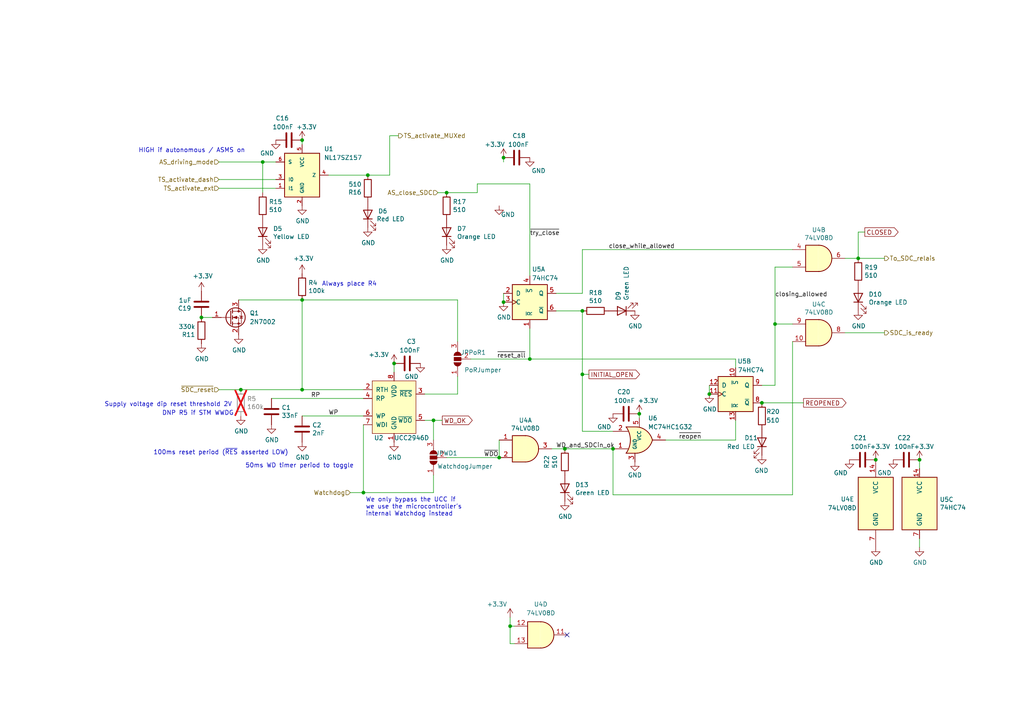
<source format=kicad_sch>
(kicad_sch (version 20230121) (generator eeschema)
  (paper "A4")
  (title_block (title "SDCL - Non-Programmable Logic") (date "2021-12-16") (rev "v1.0") (company "FaSTTUBe - Formula Student Team TU Berlin") (comment 1 "Car 113") (comment 2 "EBS Electronics") (comment 3 "Compliance for rule T 14.5.1 and T 14.5.2") (comment 4 "Hard-Wired logic for SDC relay latching and activation buttons"))
  (lib_symbols
    (symbol "74xx:74HC74" (pin_names (offset 1.016))
      (property "Reference" "U" (at -7.62 8.89 0))
      (property "Value" "74HC74" (at -7.62 -8.89 0))
      (symbol "74HC74_1_0"
        (pin input line (at 0 -7.62 90) (length 2.54) (name "~{R}") (number "1"))
        (pin input line (at -7.62 2.54 0) (length 2.54) (name "D") (number "2"))
        (pin input clock (at -7.62 0 0) (length 2.54) (name "C") (number "3"))
        (pin input line (at 0 7.62 270) (length 2.54) (name "~{S}") (number "4"))
        (pin output line (at 7.62 2.54 180) (length 2.54) (name "Q") (number "5"))
        (pin output line (at 7.62 -2.54 180) (length 2.54) (name "~{Q}") (number "6"))
      )
      (symbol "74HC74_1_1"
        (rectangle (start -5.08 5.08) (end 5.08 -5.08) (stroke (width 0.254)) (fill (type background)))
      )
      (symbol "74HC74_2_0"
        (pin input line (at 0 7.62 270) (length 2.54) (name "~{S}") (number "10"))
        (pin input clock (at -7.62 0 0) (length 2.54) (name "C") (number "11"))
        (pin input line (at -7.62 2.54 0) (length 2.54) (name "D") (number "12"))
        (pin input line (at 0 -7.62 90) (length 2.54) (name "~{R}") (number "13"))
        (pin output line (at 7.62 -2.54 180) (length 2.54) (name "~{Q}") (number "8"))
        (pin output line (at 7.62 2.54 180) (length 2.54) (name "Q") (number "9"))
      )
      (symbol "74HC74_2_1"
        (rectangle (start -5.08 5.08) (end 5.08 -5.08) (stroke (width 0.254)) (fill (type background)))
      )
      (symbol "74HC74_3_0"
        (pin power_in line (at 0 10.16 270) (length 2.54) (name "VCC") (number "14"))
        (pin power_in line (at 0 -10.16 90) (length 2.54) (name "GND") (number "7"))
      )
      (symbol "74HC74_3_1"
        (rectangle (start -5.08 7.62) (end 5.08 -7.62) (stroke (width 0.254)) (fill (type background)))
      )
    )
    (symbol "Custom:74LV08D" (pin_names (offset 1.016))
      (property "Reference" "U" (at 3.81 6.35 0))
      (property "Value" "74LV08D" (at 7.62 3.81 0))
      (symbol "74LV08D_1_1"
        (arc (start 0 -3.81) (mid 3.7934 0) (end 0 3.81) (stroke (width 0.254)) (fill (type background)))
        (polyline (pts (xy 0 3.81) (xy -3.81 3.81) (xy -3.81 -3.81) (xy 0 -3.81)) (stroke (width 0.254)) (fill (type background)))
        (pin input line (at -7.62 2.54 0) (length 3.81) (name "~") (number "1"))
        (pin input line (at -7.62 -2.54 0) (length 3.81) (name "~") (number "2"))
        (pin output line (at 7.62 0 180) (length 3.81) (name "~") (number "3"))
      )
      (symbol "74LV08D_1_2"
        (arc (start -3.81 -3.81) (mid -2.589 0) (end -3.81 3.81) (stroke (width 0.254)))
        (arc (start -0.6096 -3.81) (mid 2.1842 -2.5851) (end 3.81 0) (stroke (width 0.254)) (fill (type background)))
        (polyline (pts (xy -3.81 -3.81) (xy -0.635 -3.81)) (stroke (width 0.254)) (fill (type background)))
        (polyline (pts (xy -3.81 3.81) (xy -0.635 3.81)) (stroke (width 0.254)) (fill (type background)))
        (polyline (pts (xy -0.635 3.81) (xy -3.81 3.81) (xy -3.81 3.81) (xy -3.556 3.4036) (xy -3.0226 2.2606) (xy -2.6924 1.0414) (xy -2.6162 -0.254) (xy -2.7686 -1.4986) (xy -3.175 -2.7178) (xy -3.81 -3.81) (xy -3.81 -3.81) (xy -0.635 -3.81)) (stroke (width -25.4)) (fill (type background)))
        (arc (start 3.81 0) (mid 2.1915 2.5936) (end -0.6096 3.81) (stroke (width 0.254)) (fill (type background)))
        (pin input inverted (at -7.62 2.54 0) (length 4.318) (name "~") (number "1"))
        (pin input inverted (at -7.62 -2.54 0) (length 4.318) (name "~") (number "2"))
        (pin output inverted (at 7.62 0 180) (length 3.81) (name "~") (number "3"))
      )
      (symbol "74LV08D_2_1"
        (arc (start 0 -3.81) (mid 3.7934 0) (end 0 3.81) (stroke (width 0.254)) (fill (type background)))
        (polyline (pts (xy 0 3.81) (xy -3.81 3.81) (xy -3.81 -3.81) (xy 0 -3.81)) (stroke (width 0.254)) (fill (type background)))
        (pin input line (at -7.62 2.54 0) (length 3.81) (name "~") (number "4"))
        (pin input line (at -7.62 -2.54 0) (length 3.81) (name "~") (number "5"))
        (pin output line (at 7.62 0 180) (length 3.81) (name "~") (number "6"))
      )
      (symbol "74LV08D_2_2"
        (arc (start -3.81 -3.81) (mid -2.589 0) (end -3.81 3.81) (stroke (width 0.254)))
        (arc (start -0.6096 -3.81) (mid 2.1842 -2.5851) (end 3.81 0) (stroke (width 0.254)) (fill (type background)))
        (polyline (pts (xy -3.81 -3.81) (xy -0.635 -3.81)) (stroke (width 0.254)) (fill (type background)))
        (polyline (pts (xy -3.81 3.81) (xy -0.635 3.81)) (stroke (width 0.254)) (fill (type background)))
        (polyline (pts (xy -0.635 3.81) (xy -3.81 3.81) (xy -3.81 3.81) (xy -3.556 3.4036) (xy -3.0226 2.2606) (xy -2.6924 1.0414) (xy -2.6162 -0.254) (xy -2.7686 -1.4986) (xy -3.175 -2.7178) (xy -3.81 -3.81) (xy -3.81 -3.81) (xy -0.635 -3.81)) (stroke (width -25.4)) (fill (type background)))
        (arc (start 3.81 0) (mid 2.1915 2.5936) (end -0.6096 3.81) (stroke (width 0.254)) (fill (type background)))
        (pin input inverted (at -7.62 2.54 0) (length 4.318) (name "~") (number "4"))
        (pin input inverted (at -7.62 -2.54 0) (length 4.318) (name "~") (number "5"))
        (pin output inverted (at 7.62 0 180) (length 3.81) (name "~") (number "6"))
      )
      (symbol "74LV08D_3_1"
        (arc (start 0 -3.81) (mid 3.7934 0) (end 0 3.81) (stroke (width 0.254)) (fill (type background)))
        (polyline (pts (xy 0 3.81) (xy -3.81 3.81) (xy -3.81 -3.81) (xy 0 -3.81)) (stroke (width 0.254)) (fill (type background)))
        (pin input line (at -7.62 -2.54 0) (length 3.81) (name "~") (number "10"))
        (pin output line (at 7.62 0 180) (length 3.81) (name "~") (number "8"))
        (pin input line (at -7.62 2.54 0) (length 3.81) (name "~") (number "9"))
      )
      (symbol "74LV08D_3_2"
        (arc (start -3.81 -3.81) (mid -2.589 0) (end -3.81 3.81) (stroke (width 0.254)))
        (arc (start -0.6096 -3.81) (mid 2.1842 -2.5851) (end 3.81 0) (stroke (width 0.254)) (fill (type background)))
        (polyline (pts (xy -3.81 -3.81) (xy -0.635 -3.81)) (stroke (width 0.254)) (fill (type background)))
        (polyline (pts (xy -3.81 3.81) (xy -0.635 3.81)) (stroke (width 0.254)) (fill (type background)))
        (polyline (pts (xy -0.635 3.81) (xy -3.81 3.81) (xy -3.81 3.81) (xy -3.556 3.4036) (xy -3.0226 2.2606) (xy -2.6924 1.0414) (xy -2.6162 -0.254) (xy -2.7686 -1.4986) (xy -3.175 -2.7178) (xy -3.81 -3.81) (xy -3.81 -3.81) (xy -0.635 -3.81)) (stroke (width -25.4)) (fill (type background)))
        (arc (start 3.81 0) (mid 2.1915 2.5936) (end -0.6096 3.81) (stroke (width 0.254)) (fill (type background)))
        (pin input inverted (at -7.62 -2.54 0) (length 4.318) (name "~") (number "10"))
        (pin output inverted (at 7.62 0 180) (length 3.81) (name "~") (number "8"))
        (pin input inverted (at -7.62 2.54 0) (length 4.318) (name "~") (number "9"))
      )
      (symbol "74LV08D_4_1"
        (arc (start 0 -3.81) (mid 3.7934 0) (end 0 3.81) (stroke (width 0.254)) (fill (type background)))
        (polyline (pts (xy 0 3.81) (xy -3.81 3.81) (xy -3.81 -3.81) (xy 0 -3.81)) (stroke (width 0.254)) (fill (type background)))
        (pin output line (at 7.62 0 180) (length 3.81) (name "~") (number "11"))
        (pin input line (at -7.62 2.54 0) (length 3.81) (name "~") (number "12"))
        (pin input line (at -7.62 -2.54 0) (length 3.81) (name "~") (number "13"))
      )
      (symbol "74LV08D_4_2"
        (arc (start -3.81 -3.81) (mid -2.589 0) (end -3.81 3.81) (stroke (width 0.254)))
        (arc (start -0.6096 -3.81) (mid 2.1842 -2.5851) (end 3.81 0) (stroke (width 0.254)) (fill (type background)))
        (polyline (pts (xy -3.81 -3.81) (xy -0.635 -3.81)) (stroke (width 0.254)) (fill (type background)))
        (polyline (pts (xy -3.81 3.81) (xy -0.635 3.81)) (stroke (width 0.254)) (fill (type background)))
        (polyline (pts (xy -0.635 3.81) (xy -3.81 3.81) (xy -3.81 3.81) (xy -3.556 3.4036) (xy -3.0226 2.2606) (xy -2.6924 1.0414) (xy -2.6162 -0.254) (xy -2.7686 -1.4986) (xy -3.175 -2.7178) (xy -3.81 -3.81) (xy -3.81 -3.81) (xy -0.635 -3.81)) (stroke (width -25.4)) (fill (type background)))
        (arc (start 3.81 0) (mid 2.1915 2.5936) (end -0.6096 3.81) (stroke (width 0.254)) (fill (type background)))
        (pin output inverted (at 7.62 0 180) (length 3.81) (name "~") (number "11"))
        (pin input inverted (at -7.62 2.54 0) (length 4.318) (name "~") (number "12"))
        (pin input inverted (at -7.62 -2.54 0) (length 4.318) (name "~") (number "13"))
      )
      (symbol "74LV08D_5_0"
        (pin power_in line (at 0 12.7 270) (length 5.08) (name "VCC") (number "14"))
        (pin power_in line (at 0 -12.7 90) (length 5.08) (name "GND") (number "7"))
      )
      (symbol "74LV08D_5_1"
        (rectangle (start -5.08 7.62) (end 5.08 -7.62) (stroke (width 0.254)) (fill (type background)))
      )
    )
    (symbol "Custom:MC74HC1G32" (pin_names (offset 1.016))
      (property "Reference" "U6" (at 2.54 6.35 0))
      (property "Value" "MC74HC1G32" (at 2.54 3.81 0))
      (symbol "MC74HC1G32_1_1"
        (arc (start -3.81 -3.81) (mid -2.589 0) (end -3.81 3.81) (stroke (width 0.254)))
        (arc (start -0.6096 -3.81) (mid 2.1842 -2.5851) (end 3.81 0) (stroke (width 0.254)) (fill (type background)))
        (polyline (pts (xy -3.81 -3.81) (xy -0.635 -3.81)) (stroke (width 0.254)) (fill (type background)))
        (polyline (pts (xy -3.81 3.81) (xy -0.635 3.81)) (stroke (width 0.254)) (fill (type background)))
        (polyline (pts (xy -0.635 3.81) (xy -3.81 3.81) (xy -3.81 3.81) (xy -3.556 3.4036) (xy -3.0226 2.2606) (xy -2.6924 1.0414) (xy -2.6162 -0.254) (xy -2.7686 -1.4986) (xy -3.175 -2.7178) (xy -3.81 -3.81) (xy -3.81 -3.81) (xy -0.635 -3.81)) (stroke (width -25.4)) (fill (type background)))
        (arc (start 3.81 0) (mid 2.1915 2.5936) (end -0.6096 3.81) (stroke (width 0.254)) (fill (type background)))
        (pin input line (at -7.62 -2.54 0) (length 4.318) (name "~") (number "1"))
        (pin input line (at -7.62 2.54 0) (length 4.318) (name "~") (number "2"))
        (pin power_in line (at -1.27 -6.35 90) (length 2.54) (name "GND") (number "3"))
        (pin output line (at 7.62 0 180) (length 3.81) (name "~") (number "4"))
        (pin power_in line (at 0 6.35 270) (length 2.54) (name "VCC") (number "5"))
      )
      (symbol "MC74HC1G32_1_2"
        (arc (start 0 -3.81) (mid 3.7934 0) (end 0 3.81) (stroke (width 0.254)) (fill (type background)))
        (polyline (pts (xy 0 3.81) (xy -3.81 3.81) (xy -3.81 -3.81) (xy 0 -3.81)) (stroke (width 0.254)) (fill (type background)))
        (pin input inverted (at -7.62 2.54 0) (length 3.81) (name "~") (number "1"))
        (pin input inverted (at -7.62 -2.54 0) (length 3.81) (name "~") (number "2"))
        (pin output inverted (at 7.62 0 180) (length 3.81) (name "~") (number "3"))
      )
    )
    (symbol "Custom:NL17SZ157" (pin_names (offset 1.016))
      (property "Reference" "U" (at 0 15.24 0))
      (property "Value" "NL17SZ157" (at 0 12.7 0))
      (symbol "NL17SZ157_1_1"
        (rectangle (start -5.08 6.35) (end 5.08 -6.35) (stroke (width 0.254)) (fill (type background)))
        (pin input line (at -7.62 -3.81 0) (length 2.54) (name "I1") (number "1"))
        (pin power_in line (at 0 -8.89 90) (length 2.54) (name "GND") (number "2"))
        (pin input line (at -7.62 -1.27 0) (length 2.54) (name "I0") (number "3"))
        (pin output line (at 7.62 0 180) (length 2.54) (name "Z") (number "4"))
        (pin power_in line (at 0 8.89 270) (length 2.54) (name "VCC") (number "5"))
        (pin input line (at -7.62 3.81 0) (length 2.54) (name "S") (number "6"))
      )
    )
    (symbol "Custom:UCC2946" (pin_names (offset 1.016))
      (property "Reference" "U" (at 0 15.24 0))
      (property "Value" "UCC2946" (at 0 12.7 0))
      (symbol "UCC2946_0_1"
        (rectangle (start -6.35 7.62) (end 6.35 -7.62) (fill (type background)))
      )
      (symbol "UCC2946_1_1"
        (pin power_in line (at 0 -10.16 90) (length 2.54) (name "GND") (number "1"))
        (pin input line (at -8.89 5.08 0) (length 2.54) (name "RTH") (number "2"))
        (pin input line (at 8.89 3.81 180) (length 2.54) (name "~{RES}") (number "3"))
        (pin input line (at -8.89 2.54 0) (length 2.54) (name "RP") (number "4"))
        (pin input line (at 8.89 -3.81 180) (length 2.54) (name "~{WDO}") (number "5"))
        (pin input line (at -8.89 -2.54 0) (length 2.54) (name "WP") (number "6"))
        (pin input line (at -8.89 -5.08 0) (length 2.54) (name "WDI") (number "7"))
        (pin power_in line (at 0 10.16 270) (length 2.54) (name "VDD") (number "8"))
      )
    )
    (symbol "Device:C" (pin_numbers hide) (pin_names (offset 0.254))
      (property "Reference" "C" (at 0.635 2.54 0))
      (property "Value" "C" (at 0.635 -2.54 0))
      (symbol "C_0_1"
        (polyline (pts (xy -2.032 -0.762) (xy 2.032 -0.762)) (stroke (width 0.508)))
        (polyline (pts (xy -2.032 0.762) (xy 2.032 0.762)) (stroke (width 0.508)))
      )
      (symbol "C_1_1"
        (pin passive line (at 0 3.81 270) (length 2.794) (name "~") (number "1"))
        (pin passive line (at 0 -3.81 90) (length 2.794) (name "~") (number "2"))
      )
    )
    (symbol "Device:LED" (pin_numbers hide) (pin_names (offset 1.016) hide)
      (property "Reference" "D" (at 0 2.54 0))
      (property "Value" "LED" (at 0 -2.54 0))
      (symbol "LED_0_1"
        (polyline (pts (xy -1.27 -1.27) (xy -1.27 1.27)) (stroke (width 0.254)))
        (polyline (pts (xy -1.27 0) (xy 1.27 0)))
        (polyline (pts (xy 1.27 -1.27) (xy 1.27 1.27) (xy -1.27 0) (xy 1.27 -1.27)) (stroke (width 0.254)))
        (polyline (pts (xy -3.048 -0.762) (xy -4.572 -2.286) (xy -3.81 -2.286) (xy -4.572 -2.286) (xy -4.572 -1.524)))
        (polyline (pts (xy -1.778 -0.762) (xy -3.302 -2.286) (xy -2.54 -2.286) (xy -3.302 -2.286) (xy -3.302 -1.524)))
      )
      (symbol "LED_1_1"
        (pin passive line (at -3.81 0 0) (length 2.54) (name "K") (number "1"))
        (pin passive line (at 3.81 0 180) (length 2.54) (name "A") (number "2"))
      )
    )
    (symbol "Device:Q_NMOS_GSD" (pin_names (offset 0) hide)
      (property "Reference" "Q" (at 5.08 1.27 0))
      (property "Value" "Q_NMOS_GSD" (at 5.08 -1.27 0))
      (symbol "Q_NMOS_GSD_0_1"
        (polyline (pts (xy 0.254 0) (xy -2.54 0)))
        (polyline (pts (xy 0.254 1.905) (xy 0.254 -1.905)) (stroke (width 0.254)))
        (polyline (pts (xy 0.762 -1.27) (xy 0.762 -2.286)) (stroke (width 0.254)))
        (polyline (pts (xy 0.762 0.508) (xy 0.762 -0.508)) (stroke (width 0.254)))
        (polyline (pts (xy 0.762 2.286) (xy 0.762 1.27)) (stroke (width 0.254)))
        (polyline (pts (xy 2.54 2.54) (xy 2.54 1.778)))
        (polyline (pts (xy 2.54 -2.54) (xy 2.54 0) (xy 0.762 0)))
        (polyline (pts (xy 0.762 -1.778) (xy 3.302 -1.778) (xy 3.302 1.778) (xy 0.762 1.778)))
        (polyline (pts (xy 1.016 0) (xy 2.032 0.381) (xy 2.032 -0.381) (xy 1.016 0)) (fill (type outline)))
        (polyline (pts (xy 2.794 0.508) (xy 2.921 0.381) (xy 3.683 0.381) (xy 3.81 0.254)))
        (polyline (pts (xy 3.302 0.381) (xy 2.921 -0.254) (xy 3.683 -0.254) (xy 3.302 0.381)))
        (circle (center 1.651 0) (radius 2.794) (stroke (width 0.254)))
        (circle (center 2.54 -1.778) (radius 0.254) (fill (type outline)))
        (circle (center 2.54 1.778) (radius 0.254) (fill (type outline)))
      )
      (symbol "Q_NMOS_GSD_1_1"
        (pin input line (at -5.08 0 0) (length 2.54) (name "G") (number "1"))
        (pin passive line (at 2.54 -5.08 90) (length 2.54) (name "S") (number "2"))
        (pin passive line (at 2.54 5.08 270) (length 2.54) (name "D") (number "3"))
      )
    )
    (symbol "Device:R" (pin_numbers hide) (pin_names (offset 0))
      (property "Reference" "R" (at 2.032 0 90))
      (property "Value" "R" (at 0 0 90))
      (symbol "R_0_1"
        (rectangle (start -1.016 -2.54) (end 1.016 2.54) (stroke (width 0.254)))
      )
      (symbol "R_1_1"
        (pin passive line (at 0 3.81 270) (length 1.27) (name "~") (number "1"))
        (pin passive line (at 0 -3.81 90) (length 1.27) (name "~") (number "2"))
      )
    )
    (symbol "Jumper:SolderJumper_3_Open" (pin_names (offset 0) hide)
      (property "Reference" "JP" (at -2.54 -2.54 0))
      (property "Value" "SolderJumper_3_Open" (at 0 2.794 0))
      (symbol "SolderJumper_3_Open_0_1"
        (arc (start -1.016 1.016) (mid -2.0276 0) (end -1.016 -1.016))
        (arc (start -1.016 1.016) (mid -2.0276 0) (end -1.016 -1.016) (fill (type outline)))
        (rectangle (start -0.508 1.016) (end 0.508 -1.016) (fill (type outline)))
        (polyline (pts (xy -2.54 0) (xy -2.032 0)))
        (polyline (pts (xy -1.016 1.016) (xy -1.016 -1.016)))
        (polyline (pts (xy 0 -1.27) (xy 0 -1.016)))
        (polyline (pts (xy 1.016 1.016) (xy 1.016 -1.016)))
        (polyline (pts (xy 2.54 0) (xy 2.032 0)))
        (arc (start 1.016 -1.016) (mid 2.0276 0) (end 1.016 1.016))
        (arc (start 1.016 -1.016) (mid 2.0276 0) (end 1.016 1.016) (fill (type outline)))
      )
      (symbol "SolderJumper_3_Open_1_1"
        (pin passive line (at -5.08 0 0) (length 2.54) (name "A") (number "1"))
        (pin passive line (at 0 -3.81 90) (length 2.54) (name "C") (number "2"))
        (pin passive line (at 5.08 0 180) (length 2.54) (name "B") (number "3"))
      )
    )
    (symbol "power:+3.3V" (power) (pin_names (offset 0))
      (property "Value" "+3.3V" (at 0 3.556 0))
      (symbol "+3.3V_0_1"
        (polyline (pts (xy -0.762 1.27) (xy 0 2.54)))
        (polyline (pts (xy 0 0) (xy 0 2.54)))
        (polyline (pts (xy 0 2.54) (xy 0.762 1.27)))
      )
      (symbol "+3.3V_1_1"
        (pin power_in line (at 0 0 90) (length 0) hide (name "+3.3V") (number "1"))
      )
    )
    (symbol "power:GND" (power) (pin_names (offset 0))
      (property "Value" "GND" (at 0 -3.81 0))
      (symbol "GND_0_1"
        (polyline (pts (xy 0 0) (xy 0 -1.27) (xy 1.27 -1.27) (xy 0 -2.54) (xy -1.27 -1.27) (xy 0 -1.27)))
      )
      (symbol "GND_1_1"
        (pin power_in line (at 0 0 270) (length 0) hide (name "GND") (number "1"))
      )
    )
  )
  (junction (at 185.42 120.015))
  (junction (at 168.91 108.585))
  (junction (at 114.3 105.41))
  (junction (at 224.79 93.98))
  (junction (at 87.63 86.995))
  (junction (at 220.98 116.84))
  (junction (at 168.91 90.17))
  (junction (at 248.92 74.93))
  (junction (at 266.7 133.35))
  (junction (at 146.05 87.63))
  (junction (at 125.73 121.92))
  (junction (at 105.41 142.875))
  (junction (at 163.83 130.175))
  (junction (at 146.05 45.72))
  (junction (at 177.8 130.175))
  (junction (at 106.68 50.8))
  (junction (at 153.67 104.14))
  (junction (at 147.955 181.61))
  (junction (at 144.78 132.715))
  (junction (at 58.42 92.075))
  (junction (at 254 133.35))
  (junction (at 129.54 55.88))
  (junction (at 69.85 113.03))
  (junction (at 87.63 113.03))
  (junction (at 76.2 46.99))
  (junction (at 87.63 40.64))
  (junction (at 205.74 114.3))
  (no_connect (at 164.465 184.15))
  (wire (pts (xy 63.5 54.61) (xy 80.01 54.61)))
  (wire (pts (xy 138.43 53.34) (xy 153.67 53.34)))
  (wire (pts (xy 245.11 96.52) (xy 256.54 96.52)))
  (wire (pts (xy 224.79 111.76) (xy 224.79 93.98)))
  (wire (pts (xy 161.29 85.09) (xy 168.91 85.09)))
  (wire (pts (xy 213.36 104.14) (xy 153.67 104.14)))
  (wire (pts (xy 128.27 121.92) (xy 125.73 121.92)))
  (wire (pts (xy 127 55.88) (xy 129.54 55.88)))
  (wire (pts (xy 113.03 39.37) (xy 115.57 39.37)))
  (wire (pts (xy 153.67 53.34) (xy 153.67 80.01)))
  (wire (pts (xy 87.63 40.64) (xy 87.63 41.91)))
  (wire (pts (xy 168.91 108.585) (xy 168.91 125.095)))
  (wire (pts (xy 69.85 113.03) (xy 87.63 113.03)))
  (wire (pts (xy 132.715 99.06) (xy 132.715 86.995)))
  (wire (pts (xy 250.825 67.31) (xy 248.92 67.31)))
  (wire (pts (xy 224.79 93.98) (xy 224.79 77.47)))
  (wire (pts (xy 123.19 114.3) (xy 132.715 114.3)))
  (wire (pts (xy 106.68 50.8) (xy 113.03 50.8)))
  (wire (pts (xy 125.73 127.635) (xy 125.73 121.92)))
  (wire (pts (xy 63.5 46.99) (xy 76.2 46.99)))
  (wire (pts (xy 224.79 77.47) (xy 229.87 77.47)))
  (wire (pts (xy 136.525 104.14) (xy 153.67 104.14)))
  (wire (pts (xy 129.54 55.88) (xy 138.43 55.88)))
  (wire (pts (xy 213.36 127.635) (xy 213.36 121.92)))
  (wire (pts (xy 76.2 46.99) (xy 76.2 55.88)))
  (wire (pts (xy 125.73 137.795) (xy 125.73 142.875)))
  (wire (pts (xy 168.91 90.17) (xy 161.29 90.17)))
  (wire (pts (xy 163.83 130.175) (xy 177.8 130.175)))
  (wire (pts (xy 95.25 50.8) (xy 106.68 50.8)))
  (wire (pts (xy 185.42 120.015) (xy 185.42 121.285)))
  (wire (pts (xy 168.91 90.17) (xy 168.91 108.585)))
  (wire (pts (xy 213.36 104.14) (xy 213.36 106.68)))
  (wire (pts (xy 144.78 127.635) (xy 144.78 132.715)))
  (wire (pts (xy 63.5 113.03) (xy 69.85 113.03)))
  (wire (pts (xy 266.7 135.89) (xy 266.7 133.35)))
  (wire (pts (xy 78.74 115.57) (xy 105.41 115.57)))
  (wire (pts (xy 193.04 127.635) (xy 213.36 127.635)))
  (wire (pts (xy 58.42 92.075) (xy 61.595 92.075)))
  (wire (pts (xy 177.8 143.51) (xy 177.8 130.175)))
  (wire (pts (xy 114.3 105.41) (xy 114.3 107.95)))
  (wire (pts (xy 129.54 132.715) (xy 144.78 132.715)))
  (wire (pts (xy 153.67 95.25) (xy 153.67 104.14)))
  (wire (pts (xy 168.91 72.39) (xy 168.91 85.09)))
  (wire (pts (xy 123.19 121.92) (xy 125.73 121.92)))
  (wire (pts (xy 220.98 116.84) (xy 233.045 116.84)))
  (wire (pts (xy 87.63 86.995) (xy 87.63 113.03)))
  (wire (pts (xy 220.98 111.76) (xy 224.79 111.76)))
  (wire (pts (xy 125.73 142.875) (xy 105.41 142.875)))
  (wire (pts (xy 266.7 158.75) (xy 266.7 156.21)))
  (wire (pts (xy 160.02 130.175) (xy 163.83 130.175)))
  (wire (pts (xy 248.92 74.93) (xy 256.54 74.93)))
  (wire (pts (xy 101.6 142.875) (xy 105.41 142.875)))
  (wire (pts (xy 147.955 181.61) (xy 147.955 186.69)))
  (wire (pts (xy 146.05 45.72) (xy 146.05 46.99)))
  (wire (pts (xy 147.955 179.07) (xy 147.955 181.61)))
  (wire (pts (xy 147.955 181.61) (xy 149.225 181.61)))
  (wire (pts (xy 87.63 86.995) (xy 69.215 86.995)))
  (wire (pts (xy 63.5 52.07) (xy 80.01 52.07)))
  (wire (pts (xy 168.91 125.095) (xy 177.8 125.095)))
  (wire (pts (xy 205.74 111.76) (xy 205.74 114.3)))
  (wire (pts (xy 248.92 67.31) (xy 248.92 74.93)))
  (wire (pts (xy 146.05 85.09) (xy 146.05 87.63)))
  (wire (pts (xy 87.63 113.03) (xy 105.41 113.03)))
  (wire (pts (xy 138.43 53.34) (xy 138.43 55.88)))
  (wire (pts (xy 113.03 39.37) (xy 113.03 50.8)))
  (wire (pts (xy 229.87 93.98) (xy 224.79 93.98)))
  (wire (pts (xy 168.91 72.39) (xy 229.87 72.39)))
  (wire (pts (xy 105.41 142.875) (xy 105.41 123.19)))
  (wire (pts (xy 132.715 109.22) (xy 132.715 114.3)))
  (wire (pts (xy 147.955 186.69) (xy 149.225 186.69)))
  (wire (pts (xy 76.2 46.99) (xy 80.01 46.99)))
  (wire (pts (xy 168.91 108.585) (xy 170.815 108.585)))
  (wire (pts (xy 245.11 74.93) (xy 248.92 74.93)))
  (wire (pts (xy 229.87 99.06) (xy 229.87 143.51)))
  (wire (pts (xy 87.63 86.995) (xy 132.715 86.995)))
  (wire (pts (xy 229.87 143.51) (xy 177.8 143.51)))
  (wire (pts (xy 87.63 120.65) (xy 105.41 120.65)))
  (text "Supply voltage dip reset threshold 2V" (at 67.31 118.11 0) (effects (font (size 1.27 1.27)) (justify right bottom)))
  (text "100ms reset period (~{RES} asserted LOW)" (at 44.45 132.08 0) (effects (font (size 1.27 1.27)) (justify left bottom)))
  (text "50ms WD timer period to toggle" (at 71.12 135.89 0) (effects (font (size 1.27 1.27)) (justify left bottom)))
  (text "Always place R4" (at 93.345 83.185 0) (effects (font (size 1.27 1.27)) (justify left bottom)))
  (text "HIGH if autonomous / ASMS on" (at 71.12 44.45 0) (effects (font (size 1.27 1.27)) (justify right bottom)))
  (text "We only bypass the UCC if\nwe use the microcontroller's\ninternal Watchdog instead\n" (at 106.045 149.86 0) (effects (font (size 1.27 1.27)) (justify left bottom)))
  (text "DNP R5 if STM WWDG" (at 46.99 120.65 0) (effects (font (size 1.27 1.27)) (justify left bottom)))
  (label "~{reopen}" (at 196.85 127.635 0))
  (label "WP" (at 95.25 120.65 0))
  (label "WD_and_SDCin_ok" (at 161.29 130.175 0))
  (label "close_while_allowed" (at 176.53 72.39 0))
  (label "~{reset_all}" (at 144.145 104.14 0))
  (label "closing_allowed" (at 224.79 86.36 0))
  (label "~{WDO}" (at 140.335 132.715 0))
  (label "RP" (at 90.17 115.57 0))
  (label "~{try_close}" (at 153.67 68.58 0))
  (global_label "WD_OK" (shape output) (at 128.27 121.92 0) (property "Intersheetrefs" "${INTERSHEET_REFS}" (effects hide)))
  (global_label "CLOSED" (shape output) (at 250.825 67.31 0) (property "Intersheetrefs" "${INTERSHEET_REFS}" (effects hide)))
  (global_label "INITIAL_OPEN" (shape output) (at 170.815 108.585 0) (property "Intersheetrefs" "${INTERSHEET_REFS}" (effects hide)))
  (global_label "REOPENED" (shape output) (at 233.045 116.84 0) (property "Intersheetrefs" "${INTERSHEET_REFS}" (effects hide)))
  (hierarchical_label "TS_activate_dash" (shape input) (at 63.5 52.07 180))
  (hierarchical_label "~{SDC_reset}" (shape input) (at 63.5 113.03 180))
  (hierarchical_label "AS_close_SDC" (shape input) (at 127 55.88 180))
  (hierarchical_label "SDC_is_ready" (shape output) (at 256.54 96.52 0))
  (hierarchical_label "TS_activate_MUXed" (shape output) (at 115.57 39.37 0))
  (hierarchical_label "AS_driving_mode" (shape input) (at 63.5 46.99 180))
  (hierarchical_label "TS_activate_ext" (shape input) (at 63.5 54.61 180))
  (hierarchical_label "Watchdog" (shape input) (at 101.6 142.875 180))
  (hierarchical_label "To_SDC_relais" (shape output) (at 256.54 74.93 0))
  (symbol (lib_id "Device:C") (at 78.74 119.38 0) (unit 1)
    (property "Reference" "C1" (at 81.661 118.2116 0) (effects (justify left)))
    (property "Value" "33nF" (at 81.661 120.523 0) (effects (justify left)))
    (property "Footprint" "Capacitor_SMD:C_0603_1608Metric_Pad1.08x0.95mm_HandSolder" (effects hide))
  )
  (symbol (lib_id "Device:C") (at 87.63 124.46 0) (unit 1)
    (property "Reference" "C2" (at 90.551 123.2916 0) (effects (justify left)))
    (property "Value" "2nF" (at 90.551 125.603 0) (effects (justify left)))
    (property "Footprint" "Capacitor_SMD:C_0603_1608Metric_Pad1.08x0.95mm_HandSolder" (effects hide))
  )
  (symbol (lib_id "Custom:UCC2946") (at 114.3 118.11 0) (unit 1)
    (property "Reference" "U2" (at 109.855 127 0))
    (property "Value" "UCC2946D" (at 119.38 127 0))
    (property "Footprint" "Package_SO:SOIC-8_3.9x4.9mm_P1.27mm" (effects hide))
    (property "Datasheet" "https://www.ti.com/lit/ds/symlink/ucc2946.pdf" (effects hide))
  )
  (symbol (lib_id "Device:C") (at 118.11 105.41 90) (unit 1)
    (property "Reference" "C3" (at 120.65 99.06 90) (effects (justify left)))
    (property "Value" "100nF" (at 121.92 101.6 90) (effects (justify left)))
    (property "Footprint" "Capacitor_SMD:C_0603_1608Metric_Pad1.08x0.95mm_HandSolder" (effects hide))
  )
  (symbol (lib_id "Device:R") (at 69.85 116.84 0) (unit 1) (dnp yes)
    (property "Reference" "R5" (at 71.628 115.6716 0) (effects (justify left)))
    (property "Value" "160k" (at 71.628 117.983 0) (effects (justify left)))
    (property "Footprint" "Resistor_SMD:R_0603_1608Metric_Pad0.98x0.95mm_HandSolder" (effects hide))
  )
  (symbol (lib_id "Device:R") (at 87.63 83.185 0) (unit 1)
    (property "Reference" "R4" (at 89.408 82.0166 0) (effects (justify left)))
    (property "Value" "100k" (at 89.408 84.328 0) (effects (justify left)))
    (property "Footprint" "Resistor_SMD:R_0603_1608Metric_Pad0.98x0.95mm_HandSolder" (effects hide))
  )
  (symbol (lib_id "power:GND") (at 144.78 59.69 0) (unit 1)
    (property "Reference" "#PWR0122" (effects hide))
    (property "Value" "GND" (at 147.32 62.23 0))
  )
  (symbol (lib_id "Custom:MC74HC1G32") (at 185.42 127.635 0) (unit 1)
    (property "Reference" "U6" (at 187.96 121.285 0) (effects (justify left)))
    (property "Value" "MC74HC1G32" (at 187.96 123.825 0) (effects (justify left)))
    (property "Footprint" "Package_TO_SOT_SMD:SOT-23-5_HandSoldering" (effects hide))
    (property "Datasheet" "https://www.mouser.de/datasheet/2/308/1/MC74HC1G32_D-2315545.pdf" (effects hide))
  )
  (symbol (lib_id "power:GND") (at 184.15 133.985 0) (unit 1)
    (property "Reference" "#PWR0124" (effects hide))
    (property "Value" "GND" (at 184.15 137.795 0))
  )
  (symbol (lib_id "power:+3.3V") (at 185.42 120.015 0) (unit 1)
    (property "Reference" "#PWR0125" (effects hide))
    (property "Value" "+3.3V" (at 187.96 116.205 0))
  )
  (symbol (lib_id "power:GND") (at 121.92 105.41 0) (unit 1)
    (property "Reference" "#PWR0112" (effects hide))
    (property "Value" "GND" (at 119.38 109.22 0))
  )
  (symbol (lib_id "Custom:74LV08D") (at 152.4 130.175 0) (unit 1)
    (property "Reference" "U4" (at 152.4 121.92 0))
    (property "Value" "74LV08D" (at 152.4 124.2314 0))
    (property "Footprint" "Package_SO:SOIC-14_3.9x8.7mm_P1.27mm" (effects hide))
    (property "Datasheet" "https://www.mouser.de/datasheet/2/916/74LV08-1388983.pdf" (effects hide))
  )
  (symbol (lib_id "power:GND") (at 87.63 128.27 0) (unit 1)
    (property "Reference" "#PWR0113" (effects hide))
    (property "Value" "GND" (at 87.757 132.6642 0))
  )
  (symbol (lib_id "Custom:74LV08D") (at 237.49 74.93 0) (unit 2)
    (property "Reference" "U4" (at 237.49 66.675 0))
    (property "Value" "74LV08D" (at 237.49 68.9864 0))
    (property "Footprint" "Package_SO:SOIC-14_3.9x8.7mm_P1.27mm" (effects hide))
    (property "Datasheet" "https://www.mouser.de/datasheet/2/916/74LV08-1388983.pdf" (effects hide))
  )
  (symbol (lib_id "Custom:74LV08D") (at 237.49 96.52 0) (unit 3)
    (property "Reference" "U4" (at 237.49 88.265 0))
    (property "Value" "74LV08D" (at 237.49 90.5764 0))
    (property "Footprint" "Package_SO:SOIC-14_3.9x8.7mm_P1.27mm" (effects hide))
    (property "Datasheet" "https://www.mouser.de/datasheet/2/916/74LV08-1388983.pdf" (effects hide))
  )
  (symbol (lib_id "power:GND") (at 146.05 87.63 0) (unit 1)
    (property "Reference" "#PWR0115" (effects hide))
    (property "Value" "GND" (at 146.177 92.0242 0))
  )
  (symbol (lib_id "Custom:74LV08D") (at 254 146.05 0) (unit 5)
    (property "Reference" "U4" (at 243.84 144.78 0) (effects (justify left)))
    (property "Value" "74LV08D" (at 240.03 147.32 0) (effects (justify left)))
    (property "Footprint" "Package_SO:SOIC-14_3.9x8.7mm_P1.27mm" (effects hide))
    (property "Datasheet" "https://www.mouser.de/datasheet/2/916/74LV08-1388983.pdf" (effects hide))
  )
  (symbol (lib_id "power:GND") (at 205.74 114.3 0) (unit 1)
    (property "Reference" "#PWR0118" (effects hide))
    (property "Value" "GND" (at 205.867 118.6942 0))
  )
  (symbol (lib_id "power:+3.3V") (at 254 133.35 0) (unit 1)
    (property "Reference" "#PWR0126" (effects hide))
    (property "Value" "+3.3V" (at 255.27 129.54 0))
  )
  (symbol (lib_id "power:GND") (at 254 158.75 0) (unit 1)
    (property "Reference" "#PWR0127" (effects hide))
    (property "Value" "GND" (at 254.127 163.1442 0))
  )
  (symbol (lib_id "power:+3.3V") (at 114.3 105.41 0) (unit 1)
    (property "Reference" "#PWR0128" (effects hide))
    (property "Value" "+3.3V" (at 109.855 102.87 0))
  )
  (symbol (lib_id "power:+3.3V") (at 87.63 79.375 0) (unit 1)
    (property "Reference" "#PWR0129" (effects hide))
    (property "Value" "+3.3V" (at 88.011 74.9808 0))
  )
  (symbol (lib_id "power:GND") (at 69.85 120.65 0) (unit 1)
    (property "Reference" "#PWR0130" (effects hide))
    (property "Value" "GND" (at 69.977 125.0442 0))
  )
  (symbol (lib_id "power:GND") (at 78.74 123.19 0) (unit 1)
    (property "Reference" "#PWR0131" (effects hide))
    (property "Value" "GND" (at 78.867 127.5842 0))
  )
  (symbol (lib_id "Custom:NL17SZ157") (at 87.63 50.8 0) (unit 1)
    (property "Reference" "U1" (at 93.98 43.18 0) (effects (justify left)))
    (property "Value" "NL17SZ157" (at 93.98 45.72 0) (effects (justify left)))
    (property "Footprint" "Package_TO_SOT_SMD:SOT-23-6_Handsoldering" (effects hide))
    (property "Datasheet" "https://www.mouser.de/datasheet/2/308/1/NL17SZ157_D-2318109.pdf" (effects hide))
  )
  (symbol (lib_id "power:GND") (at 114.3 128.27 0) (unit 1)
    (property "Reference" "#PWR0132" (effects hide))
    (property "Value" "GND" (at 114.427 132.6642 0))
  )
  (symbol (lib_id "power:GND") (at 87.63 59.69 0) (unit 1)
    (property "Reference" "#PWR0116" (effects hide))
    (property "Value" "GND" (at 87.757 64.0842 0))
  )
  (symbol (lib_id "Device:LED") (at 248.92 86.36 90) (unit 1)
    (property "Reference" "D10" (at 251.9172 85.3694 90) (effects (justify right)))
    (property "Value" "Orange LED" (at 251.9172 87.6808 90) (effects (justify right)))
    (property "Footprint" "Diode_SMD:D_0603_1608Metric_Pad1.05x0.95mm_HandSolder" (effects hide))
  )
  (symbol (lib_id "Device:R") (at 248.92 78.74 0) (unit 1)
    (property "Reference" "R19" (at 250.698 77.5716 0) (effects (justify left)))
    (property "Value" "510" (at 250.698 79.883 0) (effects (justify left)))
    (property "Footprint" "Resistor_SMD:R_0603_1608Metric_Pad0.98x0.95mm_HandSolder" (effects hide))
  )
  (symbol (lib_id "power:GND") (at 248.92 90.17 0) (unit 1)
    (property "Reference" "#PWR0155" (effects hide))
    (property "Value" "GND" (at 249.047 94.5642 0))
  )
  (symbol (lib_id "Device:LED") (at 163.83 141.605 90) (unit 1)
    (property "Reference" "D13" (at 166.8272 140.6144 90) (effects (justify right)))
    (property "Value" "Green LED" (at 166.8272 142.9258 90) (effects (justify right)))
    (property "Footprint" "Diode_SMD:D_0603_1608Metric_Pad1.05x0.95mm_HandSolder" (effects hide))
  )
  (symbol (lib_id "Device:R") (at 163.83 133.985 180) (unit 1)
    (property "Reference" "R22" (at 158.5722 133.985 90))
    (property "Value" "510" (at 160.8836 133.985 90))
    (property "Footprint" "Resistor_SMD:R_0603_1608Metric_Pad0.98x0.95mm_HandSolder" (effects hide))
  )
  (symbol (lib_id "power:GND") (at 163.83 145.415 0) (unit 1)
    (property "Reference" "#PWR0163" (effects hide))
    (property "Value" "GND" (at 163.957 149.8092 0))
  )
  (symbol (lib_id "74xx:74HC74") (at 153.67 87.63 0) (unit 1)
    (property "Reference" "U5" (at 156.21 78.105 0))
    (property "Value" "74HC74" (at 158.115 80.645 0))
    (property "Footprint" "Package_SO:SOIC-14_3.9x8.7mm_P1.27mm" (effects hide))
    (property "Datasheet" "https://www.mouser.de/datasheet/2/916/74HC_HCT74-1319854.pdf" (effects hide))
  )
  (symbol (lib_id "Device:LED") (at 220.98 128.27 270) (mirror x) (unit 1)
    (property "Reference" "D11" (at 215.9 127 90) (effects (justify left)))
    (property "Value" "Red LED" (at 210.82 129.54 90) (effects (justify left)))
    (property "Footprint" "Diode_SMD:D_0603_1608Metric_Pad1.05x0.95mm_HandSolder" (effects hide))
  )
  (symbol (lib_id "Device:R") (at 220.98 120.65 0) (mirror y) (unit 1)
    (property "Reference" "R20" (at 222.25 119.38 0) (effects (justify right)))
    (property "Value" "510" (at 222.25 121.92 0) (effects (justify right)))
    (property "Footprint" "Resistor_SMD:R_0603_1608Metric_Pad0.98x0.95mm_HandSolder" (effects hide))
  )
  (symbol (lib_id "power:GND") (at 220.98 132.08 0) (mirror y) (unit 1)
    (property "Reference" "#PWR0157" (effects hide))
    (property "Value" "GND" (at 220.853 136.4742 0))
  )
  (symbol (lib_id "74xx:74HC74") (at 213.36 114.3 0) (unit 2)
    (property "Reference" "U5" (at 215.9 104.775 0))
    (property "Value" "74HC74" (at 217.805 107.315 0))
    (property "Footprint" "Package_SO:SOIC-14_3.9x8.7mm_P1.27mm" (effects hide))
    (property "Datasheet" "https://www.mouser.de/datasheet/2/916/74HC_HCT74-1319854.pdf" (effects hide))
  )
  (symbol (lib_id "74xx:74HC74") (at 266.7 146.05 0) (unit 3)
    (property "Reference" "U5" (at 272.542 144.8816 0) (effects (justify left)))
    (property "Value" "74HC74" (at 272.542 147.193 0) (effects (justify left)))
    (property "Footprint" "Package_SO:SOIC-14_3.9x8.7mm_P1.27mm" (effects hide))
    (property "Datasheet" "https://www.mouser.de/datasheet/2/916/74HC_HCT74-1319854.pdf" (effects hide))
  )
  (symbol (lib_id "Device:C") (at 250.19 133.35 90) (unit 1)
    (property "Reference" "C21" (at 251.46 127 90) (effects (justify left)))
    (property "Value" "100nF" (at 252.73 129.54 90) (effects (justify left)))
    (property "Footprint" "Capacitor_SMD:C_0603_1608Metric_Pad1.08x0.95mm_HandSolder" (effects hide))
  )
  (symbol (lib_id "power:GND") (at 246.38 133.35 0) (unit 1)
    (property "Reference" "#PWR0117" (effects hide))
    (property "Value" "GND" (at 243.84 137.16 0))
  )
  (symbol (lib_id "Device:LED") (at 180.34 90.17 180) (unit 1)
    (property "Reference" "D9" (at 179.3494 87.1728 90) (effects (justify right)))
    (property "Value" "Green LED" (at 181.6608 87.1728 90) (effects (justify right)))
    (property "Footprint" "Diode_SMD:D_0603_1608Metric_Pad1.05x0.95mm_HandSolder" (effects hide))
  )
  (symbol (lib_id "Device:R") (at 172.72 90.17 90) (unit 1)
    (property "Reference" "R18" (at 172.72 84.9122 90))
    (property "Value" "510" (at 172.72 87.2236 90))
    (property "Footprint" "Resistor_SMD:R_0603_1608Metric_Pad0.98x0.95mm_HandSolder" (effects hide))
  )
  (symbol (lib_id "power:GND") (at 184.15 90.17 0) (unit 1)
    (property "Reference" "#PWR0158" (effects hide))
    (property "Value" "GND" (at 184.277 94.5642 0))
  )
  (symbol (lib_id "Device:C") (at 262.89 133.35 90) (unit 1)
    (property "Reference" "C22" (at 264.16 127 90) (effects (justify left)))
    (property "Value" "100nF" (at 265.43 129.54 90) (effects (justify left)))
    (property "Footprint" "Capacitor_SMD:C_0603_1608Metric_Pad1.08x0.95mm_HandSolder" (effects hide))
  )
  (symbol (lib_id "power:GND") (at 259.08 133.35 0) (unit 1)
    (property "Reference" "#PWR0123" (effects hide))
    (property "Value" "GND" (at 256.54 137.16 0))
  )
  (symbol (lib_id "power:GND") (at 266.7 158.75 0) (unit 1)
    (property "Reference" "#PWR0119" (effects hide))
    (property "Value" "GND" (at 266.827 163.1442 0))
  )
  (symbol (lib_id "power:+3.3V") (at 266.7 133.35 0) (unit 1)
    (property "Reference" "#PWR0120" (effects hide))
    (property "Value" "+3.3V" (at 267.97 129.54 0))
  )
  (symbol (lib_id "Device:C") (at 181.61 120.015 90) (unit 1)
    (property "Reference" "C20" (at 182.88 113.665 90) (effects (justify left)))
    (property "Value" "100nF" (at 184.15 116.205 90) (effects (justify left)))
    (property "Footprint" "Capacitor_SMD:C_0603_1608Metric_Pad1.08x0.95mm_HandSolder" (effects hide))
  )
  (symbol (lib_id "power:GND") (at 177.8 120.015 0) (unit 1)
    (property "Reference" "#PWR0150" (effects hide))
    (property "Value" "GND" (at 175.26 123.825 0))
  )
  (symbol (lib_id "power:+3.3V") (at 146.05 45.72 0) (mirror y) (unit 1)
    (property "Reference" "#PWR0151" (effects hide))
    (property "Value" "+3.3V" (at 143.51 41.91 0))
  )
  (symbol (lib_id "Device:C") (at 149.86 45.72 270) (mirror x) (unit 1)
    (property "Reference" "C18" (at 148.59 39.37 90) (effects (justify left)))
    (property "Value" "100nF" (at 147.32 41.91 90) (effects (justify left)))
    (property "Footprint" "Capacitor_SMD:C_0603_1608Metric_Pad1.08x0.95mm_HandSolder" (effects hide))
  )
  (symbol (lib_id "power:GND") (at 153.67 45.72 0) (mirror y) (unit 1)
    (property "Reference" "#PWR0152" (effects hide))
    (property "Value" "GND" (at 156.21 49.53 0))
  )
  (symbol (lib_id "power:+3.3V") (at 87.63 40.64 0) (unit 1)
    (property "Reference" "#PWR0153" (effects hide))
    (property "Value" "+3.3V" (at 88.9 36.83 0))
  )
  (symbol (lib_id "Device:C") (at 83.82 40.64 90) (unit 1)
    (property "Reference" "C16" (at 83.82 34.29 90) (effects (justify left)))
    (property "Value" "100nF" (at 85.09 36.83 90) (effects (justify left)))
    (property "Footprint" "Capacitor_SMD:C_0603_1608Metric_Pad1.08x0.95mm_HandSolder" (effects hide))
  )
  (symbol (lib_id "power:GND") (at 80.01 40.64 0) (unit 1)
    (property "Reference" "#PWR0154" (effects hide))
    (property "Value" "GND" (at 77.47 44.45 0))
  )
  (symbol (lib_id "Device:LED") (at 76.2 67.31 90) (unit 1)
    (property "Reference" "D5" (at 79.1972 66.3194 90) (effects (justify right)))
    (property "Value" "Yellow LED" (at 79.1972 68.6308 90) (effects (justify right)))
    (property "Footprint" "Diode_SMD:D_0603_1608Metric_Pad1.05x0.95mm_HandSolder" (effects hide))
  )
  (symbol (lib_id "Device:R") (at 76.2 59.69 0) (unit 1)
    (property "Reference" "R15" (at 77.978 58.5216 0) (effects (justify left)))
    (property "Value" "510" (at 77.978 60.833 0) (effects (justify left)))
    (property "Footprint" "Resistor_SMD:R_0603_1608Metric_Pad0.98x0.95mm_HandSolder" (effects hide))
  )
  (symbol (lib_id "power:GND") (at 76.2 71.12 0) (unit 1)
    (property "Reference" "#PWR0159" (effects hide))
    (property "Value" "GND" (at 76.327 75.5142 0))
  )
  (symbol (lib_id "Device:LED") (at 129.54 67.31 90) (unit 1)
    (property "Reference" "D7" (at 132.5372 66.3194 90) (effects (justify right)))
    (property "Value" "Orange LED" (at 132.5372 68.6308 90) (effects (justify right)))
    (property "Footprint" "Diode_SMD:D_0603_1608Metric_Pad1.05x0.95mm_HandSolder" (effects hide))
  )
  (symbol (lib_id "Device:R") (at 129.54 59.69 0) (unit 1)
    (property "Reference" "R17" (at 131.318 58.5216 0) (effects (justify left)))
    (property "Value" "510" (at 131.318 60.833 0) (effects (justify left)))
    (property "Footprint" "Resistor_SMD:R_0603_1608Metric_Pad0.98x0.95mm_HandSolder" (effects hide))
  )
  (symbol (lib_id "power:GND") (at 129.54 71.12 0) (unit 1)
    (property "Reference" "#PWR0160" (effects hide))
    (property "Value" "GND" (at 129.667 75.5142 0))
  )
  (symbol (lib_id "Device:LED") (at 106.68 62.23 90) (unit 1)
    (property "Reference" "D6" (at 109.6772 61.2394 90) (effects (justify right)))
    (property "Value" "Red LED" (at 109.22 63.5 90) (effects (justify right)))
    (property "Footprint" "Diode_SMD:D_0603_1608Metric_Pad1.05x0.95mm_HandSolder" (effects hide))
  )
  (symbol (lib_id "Device:R") (at 106.68 54.61 180) (unit 1)
    (property "Reference" "R16" (at 104.902 55.7784 0) (effects (justify left)))
    (property "Value" "510" (at 104.902 53.467 0) (effects (justify left)))
    (property "Footprint" "Resistor_SMD:R_0603_1608Metric_Pad0.98x0.95mm_HandSolder" (effects hide))
  )
  (symbol (lib_id "power:GND") (at 106.68 66.04 0) (unit 1)
    (property "Reference" "#PWR0161" (effects hide))
    (property "Value" "GND" (at 106.807 70.4342 0))
  )
  (symbol (lib_id "Custom:74LV08D") (at 156.845 184.15 0) (unit 4)
    (property "Reference" "U4" (at 156.845 175.26 0))
    (property "Value" "74LV08D" (at 156.845 177.8 0))
    (property "Datasheet" "https://www.mouser.de/datasheet/2/916/74LV08-1388983.pdf" (effects hide))
  )
  (symbol (lib_id "power:GND") (at 69.215 97.155 0) (unit 1)
    (property "Reference" "#PWR09" (effects hide))
    (property "Value" "GND" (at 69.342 101.5492 0))
  )
  (symbol (lib_id "Jumper:SolderJumper_3_Open") (at 125.73 132.715 90) (unit 1)
    (property "Reference" "JPWD1" (at 132.715 131.445 90) (effects (justify left)))
    (property "Value" "WatchdogJumper" (at 142.875 135.255 90) (effects (justify left)))
    (property "Footprint" "Jumper:SolderJumper-3_P1.3mm_Open_RoundedPad1.0x1.5mm" (effects hide))
  )
  (symbol (lib_id "Device:Q_NMOS_GSD") (at 66.675 92.075 0) (unit 1)
    (property "Reference" "Q1" (at 72.39 90.8049 0) (effects (justify left)))
    (property "Value" "2N7002" (at 72.39 93.3449 0) (effects (justify left)))
    (property "Footprint" "Package_TO_SOT_SMD:SOT-23" (effects hide))
  )
  (symbol (lib_id "power:GND") (at 58.42 99.695 0) (unit 1)
    (property "Reference" "#PWR07" (effects hide))
    (property "Value" "GND" (at 58.547 104.0892 0))
  )
  (symbol (lib_id "power:+3.3V") (at 58.42 84.455 0) (unit 1)
    (property "Reference" "#PWR06" (effects hide))
    (property "Value" "+3.3V" (at 58.801 80.0608 0))
  )
  (symbol (lib_id "Device:R") (at 58.42 95.885 180) (unit 1)
    (property "Reference" "R11" (at 56.642 97.0534 0) (effects (justify left)))
    (property "Value" "330k" (at 56.642 94.742 0) (effects (justify left)))
    (property "Footprint" "Resistor_SMD:R_0603_1608Metric_Pad0.98x0.95mm_HandSolder" (effects hide))
  )
  (symbol (lib_id "power:+3.3V") (at 147.955 179.07 0) (unit 1)
    (property "Reference" "#PWR0121" (effects hide))
    (property "Value" "+3.3V" (at 144.145 175.26 0))
  )
  (symbol (lib_id "Device:C") (at 58.42 88.265 180) (unit 1)
    (property "Reference" "C19" (at 55.499 89.4334 0) (effects (justify left)))
    (property "Value" "1uF" (at 55.499 87.122 0) (effects (justify left)))
    (property "Footprint" "Capacitor_SMD:C_0603_1608Metric_Pad1.08x0.95mm_HandSolder" (effects hide))
  )
  (symbol (lib_id "Jumper:SolderJumper_3_Open") (at 132.715 104.14 90) (unit 1)
    (property "Reference" "JPPoR1" (at 140.97 102.235 90) (effects (justify left)))
    (property "Value" "PoRJumper" (at 145.415 107.315 90) (effects (justify left)))
    (property "Footprint" "Jumper:SolderJumper-3_P1.3mm_Open_RoundedPad1.0x1.5mm" (effects hide))
  )
)
</source>
